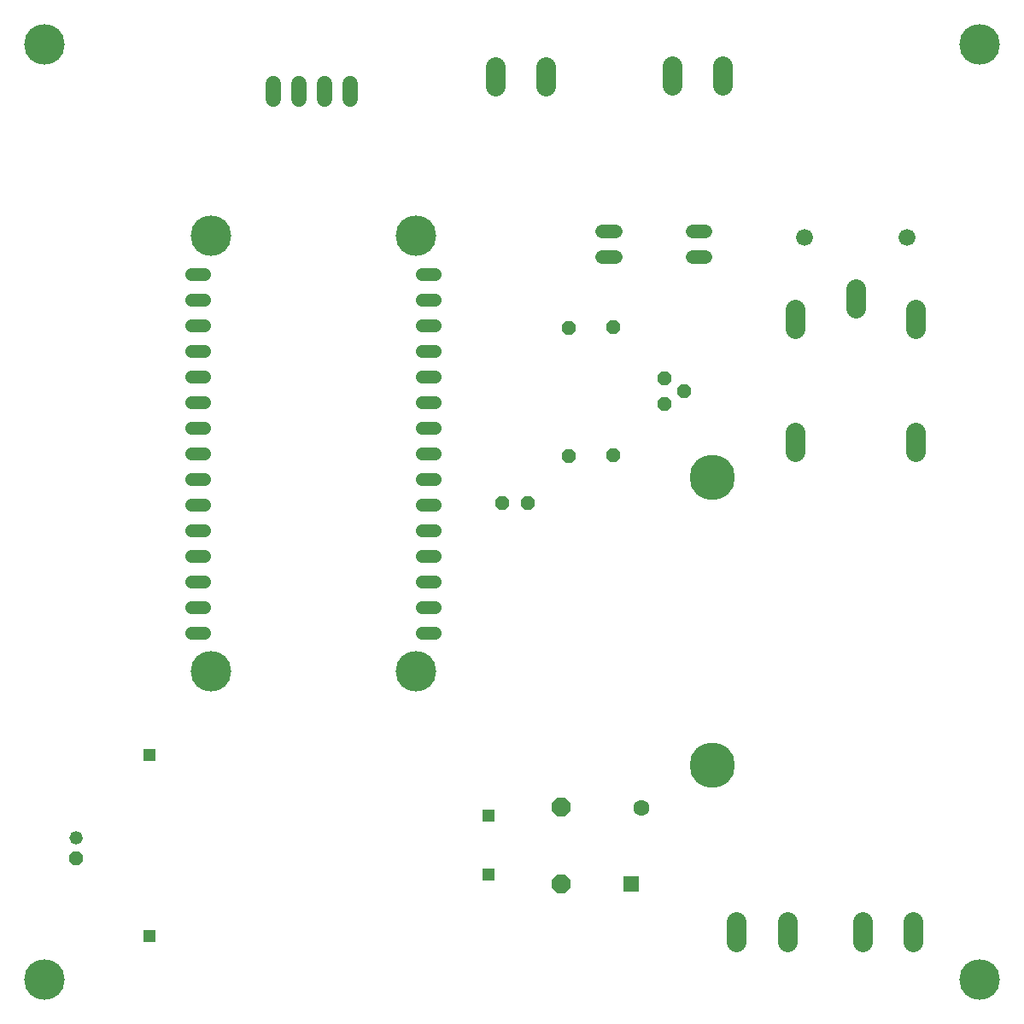
<source format=gbr>
G04 EAGLE Gerber RS-274X export*
G75*
%MOMM*%
%FSLAX34Y34*%
%LPD*%
%INTop Copper*%
%IPPOS*%
%AMOC8*
5,1,8,0,0,1.08239X$1,22.5*%
G01*
%ADD10P,1.429621X8X292.500000*%
%ADD11C,1.676400*%
%ADD12C,1.320800*%
%ADD13C,1.308000*%
%ADD14C,4.016000*%
%ADD15C,1.508000*%
%ADD16C,1.981200*%
%ADD17P,1.429621X8X112.500000*%
%ADD18P,1.429621X8X202.500000*%
%ADD19R,1.308000X1.308000*%
%ADD20R,1.600000X1.600000*%
%ADD21C,1.600000*%
%ADD22P,2.061953X8X112.500000*%
%ADD23C,1.320800*%
%ADD24C,4.500000*%


D10*
X652960Y608844D03*
X672010Y621544D03*
X652960Y634244D03*
D11*
X791002Y773944D03*
X892602Y773944D03*
D12*
X603877Y779257D02*
X590669Y779257D01*
X590669Y753857D02*
X603877Y753857D01*
X680077Y753857D02*
X693285Y753857D01*
X693285Y779257D02*
X680077Y779257D01*
D10*
X602160Y685044D03*
X602160Y558044D03*
D13*
X196470Y381979D02*
X183390Y381979D01*
X183390Y407379D02*
X196470Y407379D01*
X196470Y432779D02*
X183390Y432779D01*
X183390Y458179D02*
X196470Y458179D01*
X196470Y483579D02*
X183390Y483579D01*
X183390Y508979D02*
X196470Y508979D01*
X196470Y534379D02*
X183390Y534379D01*
X183390Y559779D02*
X196470Y559779D01*
X196470Y585179D02*
X183390Y585179D01*
X183390Y610579D02*
X196470Y610579D01*
X196470Y635979D02*
X183390Y635979D01*
X183390Y661379D02*
X196470Y661379D01*
X196470Y686779D02*
X183390Y686779D01*
X183390Y712179D02*
X196470Y712179D01*
X196470Y737579D02*
X183390Y737579D01*
X411990Y381979D02*
X425070Y381979D01*
X425070Y407379D02*
X411990Y407379D01*
X411990Y432779D02*
X425070Y432779D01*
X425070Y458179D02*
X411990Y458179D01*
X411990Y483579D02*
X425070Y483579D01*
X425070Y508979D02*
X411990Y508979D01*
X411990Y534379D02*
X425070Y534379D01*
X425070Y559779D02*
X411990Y559779D01*
X411990Y585179D02*
X425070Y585179D01*
X425070Y610579D02*
X411990Y610579D01*
X411990Y635979D02*
X425070Y635979D01*
X425070Y661379D02*
X411990Y661379D01*
X411990Y686779D02*
X425070Y686779D01*
X425070Y712179D02*
X411990Y712179D01*
X411990Y737579D02*
X425070Y737579D01*
D14*
X202630Y343879D03*
X405830Y343879D03*
X405830Y775679D03*
X202630Y775679D03*
D15*
X340693Y911086D02*
X340693Y926166D01*
X315293Y926166D02*
X315293Y911086D01*
X289893Y911086D02*
X289893Y926166D01*
X264493Y926166D02*
X264493Y911086D01*
D16*
X774228Y95208D02*
X774228Y75396D01*
X723936Y75396D02*
X723936Y95208D01*
X484872Y923431D02*
X484872Y943243D01*
X535164Y943243D02*
X535164Y923431D01*
X659862Y924207D02*
X659862Y944019D01*
X710154Y944019D02*
X710154Y924207D01*
X898950Y95038D02*
X898950Y75226D01*
X848658Y75226D02*
X848658Y95038D01*
D17*
X557301Y557001D03*
X557301Y684001D03*
D18*
X517090Y510050D03*
X491690Y510050D03*
D16*
X841802Y703292D02*
X841802Y723104D01*
X782112Y702784D02*
X782112Y682972D01*
X901492Y682972D02*
X901492Y702784D01*
X901492Y580864D02*
X901492Y561052D01*
X782112Y561052D02*
X782112Y580864D01*
D19*
X477856Y200803D03*
X477856Y141803D03*
X141856Y80803D03*
X141856Y260803D03*
D20*
X619442Y133003D03*
D21*
X629442Y208003D03*
D22*
X549995Y132403D03*
X549995Y208603D03*
D10*
X69510Y157722D03*
D23*
X69510Y178042D03*
D14*
X38100Y965200D03*
X965200Y965200D03*
X965200Y38100D03*
X38100Y38100D03*
D24*
X700000Y535999D03*
X700000Y250753D03*
M02*

</source>
